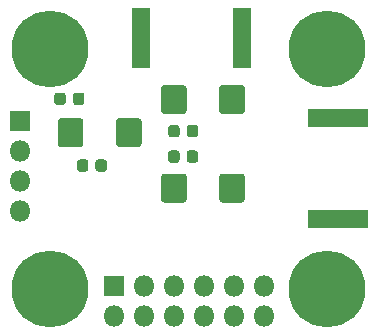
<source format=gbr>
%TF.GenerationSoftware,KiCad,Pcbnew,5.1.6-c6e7f7d~87~ubuntu18.04.1*%
%TF.CreationDate,2020-08-02T22:12:59+02:00*%
%TF.ProjectId,ad9834_eval,61643938-3334-45f6-9576-616c2e6b6963,rev?*%
%TF.SameCoordinates,Original*%
%TF.FileFunction,Soldermask,Bot*%
%TF.FilePolarity,Negative*%
%FSLAX46Y46*%
G04 Gerber Fmt 4.6, Leading zero omitted, Abs format (unit mm)*
G04 Created by KiCad (PCBNEW 5.1.6-c6e7f7d~87~ubuntu18.04.1) date 2020-08-02 22:12:59*
%MOMM*%
%LPD*%
G01*
G04 APERTURE LIST*
%ADD10O,1.800000X1.800000*%
%ADD11R,1.800000X1.800000*%
%ADD12R,1.600000X5.180000*%
%ADD13R,5.180000X1.600000*%
%ADD14C,0.900000*%
%ADD15C,6.500000*%
G04 APERTURE END LIST*
%TO.C,C4*%
G36*
G01*
X78811500Y-83847250D02*
X78811500Y-83284750D01*
G75*
G02*
X79055250Y-83041000I243750J0D01*
G01*
X79542750Y-83041000D01*
G75*
G02*
X79786500Y-83284750I0J-243750D01*
G01*
X79786500Y-83847250D01*
G75*
G02*
X79542750Y-84091000I-243750J0D01*
G01*
X79055250Y-84091000D01*
G75*
G02*
X78811500Y-83847250I0J243750D01*
G01*
G37*
G36*
G01*
X77236500Y-83847250D02*
X77236500Y-83284750D01*
G75*
G02*
X77480250Y-83041000I243750J0D01*
G01*
X77967750Y-83041000D01*
G75*
G02*
X78211500Y-83284750I0J-243750D01*
G01*
X78211500Y-83847250D01*
G75*
G02*
X77967750Y-84091000I-243750J0D01*
G01*
X77480250Y-84091000D01*
G75*
G02*
X77236500Y-83847250I0J243750D01*
G01*
G37*
%TD*%
D10*
%TO.C,J1*%
X93065600Y-96266000D03*
X93065600Y-93726000D03*
X90525600Y-96266000D03*
X90525600Y-93726000D03*
X87985600Y-96266000D03*
X87985600Y-93726000D03*
X85445600Y-96266000D03*
X85445600Y-93726000D03*
X82905600Y-96266000D03*
X82905600Y-93726000D03*
X80365600Y-96266000D03*
D11*
X80365600Y-93726000D03*
%TD*%
D10*
%TO.C,J4*%
X72390000Y-87376000D03*
X72390000Y-84836000D03*
X72390000Y-82296000D03*
D11*
X72390000Y-79756000D03*
%TD*%
D12*
%TO.C,J3*%
X82681500Y-72796400D03*
X91181500Y-72796400D03*
%TD*%
D13*
%TO.C,J2*%
X99377500Y-79570000D03*
X99377500Y-88070000D03*
%TD*%
D14*
%TO.C,H4*%
X76627056Y-71962944D03*
X74930000Y-71260000D03*
X73232944Y-71962944D03*
X72530000Y-73660000D03*
X73232944Y-75357056D03*
X74930000Y-76060000D03*
X76627056Y-75357056D03*
X77330000Y-73660000D03*
D15*
X74930000Y-73660000D03*
%TD*%
D14*
%TO.C,H3*%
X76627056Y-92282944D03*
X74930000Y-91580000D03*
X73232944Y-92282944D03*
X72530000Y-93980000D03*
X73232944Y-95677056D03*
X74930000Y-96380000D03*
X76627056Y-95677056D03*
X77330000Y-93980000D03*
D15*
X74930000Y-93980000D03*
%TD*%
D14*
%TO.C,H2*%
X100122056Y-92282944D03*
X98425000Y-91580000D03*
X96727944Y-92282944D03*
X96025000Y-93980000D03*
X96727944Y-95677056D03*
X98425000Y-96380000D03*
X100122056Y-95677056D03*
X100825000Y-93980000D03*
D15*
X98425000Y-93980000D03*
%TD*%
D14*
%TO.C,H1*%
X100122056Y-71962944D03*
X98425000Y-71260000D03*
X96727944Y-71962944D03*
X96025000Y-73660000D03*
X96727944Y-75357056D03*
X98425000Y-76060000D03*
X100122056Y-75357056D03*
X100825000Y-73660000D03*
D15*
X98425000Y-73660000D03*
%TD*%
%TO.C,C25*%
G36*
G01*
X89283100Y-86433952D02*
X89283100Y-84508048D01*
G75*
G02*
X89545148Y-84246000I262048J0D01*
G01*
X91196052Y-84246000D01*
G75*
G02*
X91458100Y-84508048I0J-262048D01*
G01*
X91458100Y-86433952D01*
G75*
G02*
X91196052Y-86696000I-262048J0D01*
G01*
X89545148Y-86696000D01*
G75*
G02*
X89283100Y-86433952I0J262048D01*
G01*
G37*
G36*
G01*
X84358100Y-86433952D02*
X84358100Y-84508048D01*
G75*
G02*
X84620148Y-84246000I262048J0D01*
G01*
X86271052Y-84246000D01*
G75*
G02*
X86533100Y-84508048I0J-262048D01*
G01*
X86533100Y-86433952D01*
G75*
G02*
X86271052Y-86696000I-262048J0D01*
G01*
X84620148Y-86696000D01*
G75*
G02*
X84358100Y-86433952I0J262048D01*
G01*
G37*
%TD*%
%TO.C,C24*%
G36*
G01*
X86533100Y-83085250D02*
X86533100Y-82522750D01*
G75*
G02*
X86776850Y-82279000I243750J0D01*
G01*
X87264350Y-82279000D01*
G75*
G02*
X87508100Y-82522750I0J-243750D01*
G01*
X87508100Y-83085250D01*
G75*
G02*
X87264350Y-83329000I-243750J0D01*
G01*
X86776850Y-83329000D01*
G75*
G02*
X86533100Y-83085250I0J243750D01*
G01*
G37*
G36*
G01*
X84958100Y-83085250D02*
X84958100Y-82522750D01*
G75*
G02*
X85201850Y-82279000I243750J0D01*
G01*
X85689350Y-82279000D01*
G75*
G02*
X85933100Y-82522750I0J-243750D01*
G01*
X85933100Y-83085250D01*
G75*
G02*
X85689350Y-83329000I-243750J0D01*
G01*
X85201850Y-83329000D01*
G75*
G02*
X84958100Y-83085250I0J243750D01*
G01*
G37*
%TD*%
%TO.C,C23*%
G36*
G01*
X80545500Y-81734952D02*
X80545500Y-79809048D01*
G75*
G02*
X80807548Y-79547000I262048J0D01*
G01*
X82458452Y-79547000D01*
G75*
G02*
X82720500Y-79809048I0J-262048D01*
G01*
X82720500Y-81734952D01*
G75*
G02*
X82458452Y-81997000I-262048J0D01*
G01*
X80807548Y-81997000D01*
G75*
G02*
X80545500Y-81734952I0J262048D01*
G01*
G37*
G36*
G01*
X75620500Y-81734952D02*
X75620500Y-79809048D01*
G75*
G02*
X75882548Y-79547000I262048J0D01*
G01*
X77533452Y-79547000D01*
G75*
G02*
X77795500Y-79809048I0J-262048D01*
G01*
X77795500Y-81734952D01*
G75*
G02*
X77533452Y-81997000I-262048J0D01*
G01*
X75882548Y-81997000D01*
G75*
G02*
X75620500Y-81734952I0J262048D01*
G01*
G37*
%TD*%
%TO.C,C22*%
G36*
G01*
X86533100Y-80926250D02*
X86533100Y-80363750D01*
G75*
G02*
X86776850Y-80120000I243750J0D01*
G01*
X87264350Y-80120000D01*
G75*
G02*
X87508100Y-80363750I0J-243750D01*
G01*
X87508100Y-80926250D01*
G75*
G02*
X87264350Y-81170000I-243750J0D01*
G01*
X86776850Y-81170000D01*
G75*
G02*
X86533100Y-80926250I0J243750D01*
G01*
G37*
G36*
G01*
X84958100Y-80926250D02*
X84958100Y-80363750D01*
G75*
G02*
X85201850Y-80120000I243750J0D01*
G01*
X85689350Y-80120000D01*
G75*
G02*
X85933100Y-80363750I0J-243750D01*
G01*
X85933100Y-80926250D01*
G75*
G02*
X85689350Y-81170000I-243750J0D01*
G01*
X85201850Y-81170000D01*
G75*
G02*
X84958100Y-80926250I0J243750D01*
G01*
G37*
%TD*%
%TO.C,C21*%
G36*
G01*
X89283100Y-78940952D02*
X89283100Y-77015048D01*
G75*
G02*
X89545148Y-76753000I262048J0D01*
G01*
X91196052Y-76753000D01*
G75*
G02*
X91458100Y-77015048I0J-262048D01*
G01*
X91458100Y-78940952D01*
G75*
G02*
X91196052Y-79203000I-262048J0D01*
G01*
X89545148Y-79203000D01*
G75*
G02*
X89283100Y-78940952I0J262048D01*
G01*
G37*
G36*
G01*
X84358100Y-78940952D02*
X84358100Y-77015048D01*
G75*
G02*
X84620148Y-76753000I262048J0D01*
G01*
X86271052Y-76753000D01*
G75*
G02*
X86533100Y-77015048I0J-262048D01*
G01*
X86533100Y-78940952D01*
G75*
G02*
X86271052Y-79203000I-262048J0D01*
G01*
X84620148Y-79203000D01*
G75*
G02*
X84358100Y-78940952I0J262048D01*
G01*
G37*
%TD*%
%TO.C,C20*%
G36*
G01*
X76906500Y-78195750D02*
X76906500Y-77633250D01*
G75*
G02*
X77150250Y-77389500I243750J0D01*
G01*
X77637750Y-77389500D01*
G75*
G02*
X77881500Y-77633250I0J-243750D01*
G01*
X77881500Y-78195750D01*
G75*
G02*
X77637750Y-78439500I-243750J0D01*
G01*
X77150250Y-78439500D01*
G75*
G02*
X76906500Y-78195750I0J243750D01*
G01*
G37*
G36*
G01*
X75331500Y-78195750D02*
X75331500Y-77633250D01*
G75*
G02*
X75575250Y-77389500I243750J0D01*
G01*
X76062750Y-77389500D01*
G75*
G02*
X76306500Y-77633250I0J-243750D01*
G01*
X76306500Y-78195750D01*
G75*
G02*
X76062750Y-78439500I-243750J0D01*
G01*
X75575250Y-78439500D01*
G75*
G02*
X75331500Y-78195750I0J243750D01*
G01*
G37*
%TD*%
M02*

</source>
